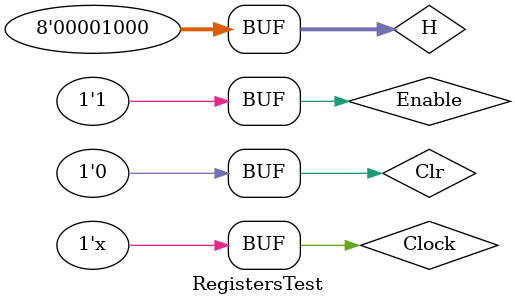
<source format=v>
`timescale 1ns / 1ps


module RegistersTest;

	// Inputs
	reg [7:0] H;
	reg Clr;
	reg Enable;
	reg Clock;

	// Outputs
	wire [7:0] Hout;

	// Instantiate the Unit Under Test (UUT)
	Registers uut (
		.H(H), 
		.Hout(Hout), 
		.Clr(Clr), 
		.Enable(Enable), 
		.Clock(Clock)
	);

	initial begin
		// Initialize Inputs
		H = 0;
		Clr = 0;
		Enable = 0;
		Clock = 0;

		// Wait 100 ns for global reset to finish
		#100;
		
				H = 7;
		Clr = 0;
		Enable = 1;
		

		// Wait 100 ns for global reset to finish
		#100;
		
				
				H = 7;
		Clr = 1;
		Enable = 1;
		

		// Wait 100 ns for global reset to finish
		#100;
						H = 8;
		Clr = 0;
		Enable = 1;
		

		// Wait 100 ns for global reset to finish
		#100;
        
		// Add stimulus here


	end

		always begin
		#5;
		Clock =~Clock;
		end      
endmodule


</source>
